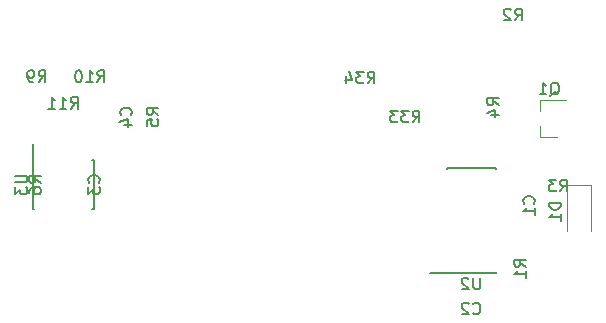
<source format=gbr>
G04 #@! TF.GenerationSoftware,KiCad,Pcbnew,(5.0.0-rc2-dev-586-g888c43477)*
G04 #@! TF.CreationDate,2018-06-03T15:17:15-03:00*
G04 #@! TF.ProjectId,Signal,5369676E616C2E6B696361645F706362,rev?*
G04 #@! TF.SameCoordinates,Original*
G04 #@! TF.FileFunction,Legend,Bot*
G04 #@! TF.FilePolarity,Positive*
%FSLAX46Y46*%
G04 Gerber Fmt 4.6, Leading zero omitted, Abs format (unit mm)*
G04 Created by KiCad (PCBNEW (5.0.0-rc2-dev-586-g888c43477)) date 06/03/18 15:17:15*
%MOMM*%
%LPD*%
G01*
G04 APERTURE LIST*
%ADD10C,0.150000*%
%ADD11C,0.120000*%
G04 APERTURE END LIST*
D10*
X28413000Y-28405000D02*
X28463000Y-28405000D01*
X28413000Y-32555000D02*
X28558000Y-32555000D01*
X33563000Y-32555000D02*
X33418000Y-32555000D01*
X33563000Y-28405000D02*
X33418000Y-28405000D01*
X28413000Y-28405000D02*
X28413000Y-32555000D01*
X33563000Y-28405000D02*
X33563000Y-32555000D01*
X28463000Y-28405000D02*
X28463000Y-27005000D01*
D11*
X71376000Y-26472000D02*
X71376000Y-25542000D01*
X71376000Y-23312000D02*
X71376000Y-24242000D01*
X71376000Y-23312000D02*
X73536000Y-23312000D01*
X71376000Y-26472000D02*
X72836000Y-26472000D01*
X73676000Y-30516000D02*
X75676000Y-30516000D01*
X75676000Y-30516000D02*
X75676000Y-34416000D01*
X73676000Y-30516000D02*
X73676000Y-34416000D01*
D10*
X63457000Y-37978000D02*
X63457000Y-37953000D01*
X67607000Y-37978000D02*
X67607000Y-37863000D01*
X67607000Y-29078000D02*
X67607000Y-29193000D01*
X63457000Y-29078000D02*
X63457000Y-29193000D01*
X63457000Y-37978000D02*
X67607000Y-37978000D01*
X63457000Y-29078000D02*
X67607000Y-29078000D01*
X63457000Y-37953000D02*
X62082000Y-37953000D01*
X31642857Y-24052380D02*
X31976190Y-23576190D01*
X32214285Y-24052380D02*
X32214285Y-23052380D01*
X31833333Y-23052380D01*
X31738095Y-23100000D01*
X31690476Y-23147619D01*
X31642857Y-23242857D01*
X31642857Y-23385714D01*
X31690476Y-23480952D01*
X31738095Y-23528571D01*
X31833333Y-23576190D01*
X32214285Y-23576190D01*
X30690476Y-24052380D02*
X31261904Y-24052380D01*
X30976190Y-24052380D02*
X30976190Y-23052380D01*
X31071428Y-23195238D01*
X31166666Y-23290476D01*
X31261904Y-23338095D01*
X29738095Y-24052380D02*
X30309523Y-24052380D01*
X30023809Y-24052380D02*
X30023809Y-23052380D01*
X30119047Y-23195238D01*
X30214285Y-23290476D01*
X30309523Y-23338095D01*
X28916666Y-21802380D02*
X29250000Y-21326190D01*
X29488095Y-21802380D02*
X29488095Y-20802380D01*
X29107142Y-20802380D01*
X29011904Y-20850000D01*
X28964285Y-20897619D01*
X28916666Y-20992857D01*
X28916666Y-21135714D01*
X28964285Y-21230952D01*
X29011904Y-21278571D01*
X29107142Y-21326190D01*
X29488095Y-21326190D01*
X28440476Y-21802380D02*
X28250000Y-21802380D01*
X28154761Y-21754761D01*
X28107142Y-21707142D01*
X28011904Y-21564285D01*
X27964285Y-21373809D01*
X27964285Y-20992857D01*
X28011904Y-20897619D01*
X28059523Y-20850000D01*
X28154761Y-20802380D01*
X28345238Y-20802380D01*
X28440476Y-20850000D01*
X28488095Y-20897619D01*
X28535714Y-20992857D01*
X28535714Y-21230952D01*
X28488095Y-21326190D01*
X28440476Y-21373809D01*
X28345238Y-21421428D01*
X28154761Y-21421428D01*
X28059523Y-21373809D01*
X28011904Y-21326190D01*
X27964285Y-21230952D01*
X33892857Y-21802380D02*
X34226190Y-21326190D01*
X34464285Y-21802380D02*
X34464285Y-20802380D01*
X34083333Y-20802380D01*
X33988095Y-20850000D01*
X33940476Y-20897619D01*
X33892857Y-20992857D01*
X33892857Y-21135714D01*
X33940476Y-21230952D01*
X33988095Y-21278571D01*
X34083333Y-21326190D01*
X34464285Y-21326190D01*
X32940476Y-21802380D02*
X33511904Y-21802380D01*
X33226190Y-21802380D02*
X33226190Y-20802380D01*
X33321428Y-20945238D01*
X33416666Y-21040476D01*
X33511904Y-21088095D01*
X32321428Y-20802380D02*
X32226190Y-20802380D01*
X32130952Y-20850000D01*
X32083333Y-20897619D01*
X32035714Y-20992857D01*
X31988095Y-21183333D01*
X31988095Y-21421428D01*
X32035714Y-21611904D01*
X32083333Y-21707142D01*
X32130952Y-21754761D01*
X32226190Y-21802380D01*
X32321428Y-21802380D01*
X32416666Y-21754761D01*
X32464285Y-21707142D01*
X32511904Y-21611904D01*
X32559523Y-21421428D01*
X32559523Y-21183333D01*
X32511904Y-20992857D01*
X32464285Y-20897619D01*
X32416666Y-20850000D01*
X32321428Y-20802380D01*
X34013142Y-30313333D02*
X34060761Y-30265714D01*
X34108380Y-30122857D01*
X34108380Y-30027619D01*
X34060761Y-29884761D01*
X33965523Y-29789523D01*
X33870285Y-29741904D01*
X33679809Y-29694285D01*
X33536952Y-29694285D01*
X33346476Y-29741904D01*
X33251238Y-29789523D01*
X33156000Y-29884761D01*
X33108380Y-30027619D01*
X33108380Y-30122857D01*
X33156000Y-30265714D01*
X33203619Y-30313333D01*
X33108380Y-30646666D02*
X33108380Y-31265714D01*
X33489333Y-30932380D01*
X33489333Y-31075238D01*
X33536952Y-31170476D01*
X33584571Y-31218095D01*
X33679809Y-31265714D01*
X33917904Y-31265714D01*
X34013142Y-31218095D01*
X34060761Y-31170476D01*
X34108380Y-31075238D01*
X34108380Y-30789523D01*
X34060761Y-30694285D01*
X34013142Y-30646666D01*
X36707142Y-24583333D02*
X36754761Y-24535714D01*
X36802380Y-24392857D01*
X36802380Y-24297619D01*
X36754761Y-24154761D01*
X36659523Y-24059523D01*
X36564285Y-24011904D01*
X36373809Y-23964285D01*
X36230952Y-23964285D01*
X36040476Y-24011904D01*
X35945238Y-24059523D01*
X35850000Y-24154761D01*
X35802380Y-24297619D01*
X35802380Y-24392857D01*
X35850000Y-24535714D01*
X35897619Y-24583333D01*
X36135714Y-25440476D02*
X36802380Y-25440476D01*
X35754761Y-25202380D02*
X36469047Y-24964285D01*
X36469047Y-25583333D01*
X26940380Y-29718095D02*
X27749904Y-29718095D01*
X27845142Y-29765714D01*
X27892761Y-29813333D01*
X27940380Y-29908571D01*
X27940380Y-30099047D01*
X27892761Y-30194285D01*
X27845142Y-30241904D01*
X27749904Y-30289523D01*
X26940380Y-30289523D01*
X26940380Y-30670476D02*
X26940380Y-31289523D01*
X27321333Y-30956190D01*
X27321333Y-31099047D01*
X27368952Y-31194285D01*
X27416571Y-31241904D01*
X27511809Y-31289523D01*
X27749904Y-31289523D01*
X27845142Y-31241904D01*
X27892761Y-31194285D01*
X27940380Y-31099047D01*
X27940380Y-30813333D01*
X27892761Y-30718095D01*
X27845142Y-30670476D01*
X39052380Y-24583333D02*
X38576190Y-24250000D01*
X39052380Y-24011904D02*
X38052380Y-24011904D01*
X38052380Y-24392857D01*
X38100000Y-24488095D01*
X38147619Y-24535714D01*
X38242857Y-24583333D01*
X38385714Y-24583333D01*
X38480952Y-24535714D01*
X38528571Y-24488095D01*
X38576190Y-24392857D01*
X38576190Y-24011904D01*
X38052380Y-25488095D02*
X38052380Y-25011904D01*
X38528571Y-24964285D01*
X38480952Y-25011904D01*
X38433333Y-25107142D01*
X38433333Y-25345238D01*
X38480952Y-25440476D01*
X38528571Y-25488095D01*
X38623809Y-25535714D01*
X38861904Y-25535714D01*
X38957142Y-25488095D01*
X39004761Y-25440476D01*
X39052380Y-25345238D01*
X39052380Y-25107142D01*
X39004761Y-25011904D01*
X38957142Y-24964285D01*
X29102380Y-30333333D02*
X28626190Y-30000000D01*
X29102380Y-29761904D02*
X28102380Y-29761904D01*
X28102380Y-30142857D01*
X28150000Y-30238095D01*
X28197619Y-30285714D01*
X28292857Y-30333333D01*
X28435714Y-30333333D01*
X28530952Y-30285714D01*
X28578571Y-30238095D01*
X28626190Y-30142857D01*
X28626190Y-29761904D01*
X28102380Y-31190476D02*
X28102380Y-31000000D01*
X28150000Y-30904761D01*
X28197619Y-30857142D01*
X28340476Y-30761904D01*
X28530952Y-30714285D01*
X28911904Y-30714285D01*
X29007142Y-30761904D01*
X29054761Y-30809523D01*
X29102380Y-30904761D01*
X29102380Y-31095238D01*
X29054761Y-31190476D01*
X29007142Y-31238095D01*
X28911904Y-31285714D01*
X28673809Y-31285714D01*
X28578571Y-31238095D01*
X28530952Y-31190476D01*
X28483333Y-31095238D01*
X28483333Y-30904761D01*
X28530952Y-30809523D01*
X28578571Y-30761904D01*
X28673809Y-30714285D01*
X72231238Y-22939619D02*
X72326476Y-22892000D01*
X72421714Y-22796761D01*
X72564571Y-22653904D01*
X72659809Y-22606285D01*
X72755047Y-22606285D01*
X72707428Y-22844380D02*
X72802666Y-22796761D01*
X72897904Y-22701523D01*
X72945523Y-22511047D01*
X72945523Y-22177714D01*
X72897904Y-21987238D01*
X72802666Y-21892000D01*
X72707428Y-21844380D01*
X72516952Y-21844380D01*
X72421714Y-21892000D01*
X72326476Y-21987238D01*
X72278857Y-22177714D01*
X72278857Y-22511047D01*
X72326476Y-22701523D01*
X72421714Y-22796761D01*
X72516952Y-22844380D01*
X72707428Y-22844380D01*
X71326476Y-22844380D02*
X71897904Y-22844380D01*
X71612190Y-22844380D02*
X71612190Y-21844380D01*
X71707428Y-21987238D01*
X71802666Y-22082476D01*
X71897904Y-22130095D01*
X70843142Y-32091333D02*
X70890761Y-32043714D01*
X70938380Y-31900857D01*
X70938380Y-31805619D01*
X70890761Y-31662761D01*
X70795523Y-31567523D01*
X70700285Y-31519904D01*
X70509809Y-31472285D01*
X70366952Y-31472285D01*
X70176476Y-31519904D01*
X70081238Y-31567523D01*
X69986000Y-31662761D01*
X69938380Y-31805619D01*
X69938380Y-31900857D01*
X69986000Y-32043714D01*
X70033619Y-32091333D01*
X70938380Y-33043714D02*
X70938380Y-32472285D01*
X70938380Y-32758000D02*
X69938380Y-32758000D01*
X70081238Y-32662761D01*
X70176476Y-32567523D01*
X70224095Y-32472285D01*
X65698666Y-41377142D02*
X65746285Y-41424761D01*
X65889142Y-41472380D01*
X65984380Y-41472380D01*
X66127238Y-41424761D01*
X66222476Y-41329523D01*
X66270095Y-41234285D01*
X66317714Y-41043809D01*
X66317714Y-40900952D01*
X66270095Y-40710476D01*
X66222476Y-40615238D01*
X66127238Y-40520000D01*
X65984380Y-40472380D01*
X65889142Y-40472380D01*
X65746285Y-40520000D01*
X65698666Y-40567619D01*
X65317714Y-40567619D02*
X65270095Y-40520000D01*
X65174857Y-40472380D01*
X64936761Y-40472380D01*
X64841523Y-40520000D01*
X64793904Y-40567619D01*
X64746285Y-40662857D01*
X64746285Y-40758095D01*
X64793904Y-40900952D01*
X65365333Y-41472380D01*
X64746285Y-41472380D01*
X73128380Y-32027904D02*
X72128380Y-32027904D01*
X72128380Y-32266000D01*
X72176000Y-32408857D01*
X72271238Y-32504095D01*
X72366476Y-32551714D01*
X72556952Y-32599333D01*
X72699809Y-32599333D01*
X72890285Y-32551714D01*
X72985523Y-32504095D01*
X73080761Y-32408857D01*
X73128380Y-32266000D01*
X73128380Y-32027904D01*
X73128380Y-33551714D02*
X73128380Y-32980285D01*
X73128380Y-33266000D02*
X72128380Y-33266000D01*
X72271238Y-33170761D01*
X72366476Y-33075523D01*
X72414095Y-32980285D01*
X70176380Y-37425333D02*
X69700190Y-37092000D01*
X70176380Y-36853904D02*
X69176380Y-36853904D01*
X69176380Y-37234857D01*
X69224000Y-37330095D01*
X69271619Y-37377714D01*
X69366857Y-37425333D01*
X69509714Y-37425333D01*
X69604952Y-37377714D01*
X69652571Y-37330095D01*
X69700190Y-37234857D01*
X69700190Y-36853904D01*
X70176380Y-38377714D02*
X70176380Y-37806285D01*
X70176380Y-38092000D02*
X69176380Y-38092000D01*
X69319238Y-37996761D01*
X69414476Y-37901523D01*
X69462095Y-37806285D01*
X69254666Y-16582380D02*
X69588000Y-16106190D01*
X69826095Y-16582380D02*
X69826095Y-15582380D01*
X69445142Y-15582380D01*
X69349904Y-15630000D01*
X69302285Y-15677619D01*
X69254666Y-15772857D01*
X69254666Y-15915714D01*
X69302285Y-16010952D01*
X69349904Y-16058571D01*
X69445142Y-16106190D01*
X69826095Y-16106190D01*
X68873714Y-15677619D02*
X68826095Y-15630000D01*
X68730857Y-15582380D01*
X68492761Y-15582380D01*
X68397523Y-15630000D01*
X68349904Y-15677619D01*
X68302285Y-15772857D01*
X68302285Y-15868095D01*
X68349904Y-16010952D01*
X68921333Y-16582380D01*
X68302285Y-16582380D01*
X73064666Y-31058380D02*
X73398000Y-30582190D01*
X73636095Y-31058380D02*
X73636095Y-30058380D01*
X73255142Y-30058380D01*
X73159904Y-30106000D01*
X73112285Y-30153619D01*
X73064666Y-30248857D01*
X73064666Y-30391714D01*
X73112285Y-30486952D01*
X73159904Y-30534571D01*
X73255142Y-30582190D01*
X73636095Y-30582190D01*
X72731333Y-30058380D02*
X72112285Y-30058380D01*
X72445619Y-30439333D01*
X72302761Y-30439333D01*
X72207523Y-30486952D01*
X72159904Y-30534571D01*
X72112285Y-30629809D01*
X72112285Y-30867904D01*
X72159904Y-30963142D01*
X72207523Y-31010761D01*
X72302761Y-31058380D01*
X72588476Y-31058380D01*
X72683714Y-31010761D01*
X72731333Y-30963142D01*
X67890380Y-23757833D02*
X67414190Y-23424500D01*
X67890380Y-23186404D02*
X66890380Y-23186404D01*
X66890380Y-23567357D01*
X66938000Y-23662595D01*
X66985619Y-23710214D01*
X67080857Y-23757833D01*
X67223714Y-23757833D01*
X67318952Y-23710214D01*
X67366571Y-23662595D01*
X67414190Y-23567357D01*
X67414190Y-23186404D01*
X67223714Y-24614976D02*
X67890380Y-24614976D01*
X66842761Y-24376880D02*
X67557047Y-24138785D01*
X67557047Y-24757833D01*
X60586857Y-25216380D02*
X60920190Y-24740190D01*
X61158285Y-25216380D02*
X61158285Y-24216380D01*
X60777333Y-24216380D01*
X60682095Y-24264000D01*
X60634476Y-24311619D01*
X60586857Y-24406857D01*
X60586857Y-24549714D01*
X60634476Y-24644952D01*
X60682095Y-24692571D01*
X60777333Y-24740190D01*
X61158285Y-24740190D01*
X60253523Y-24216380D02*
X59634476Y-24216380D01*
X59967809Y-24597333D01*
X59824952Y-24597333D01*
X59729714Y-24644952D01*
X59682095Y-24692571D01*
X59634476Y-24787809D01*
X59634476Y-25025904D01*
X59682095Y-25121142D01*
X59729714Y-25168761D01*
X59824952Y-25216380D01*
X60110666Y-25216380D01*
X60205904Y-25168761D01*
X60253523Y-25121142D01*
X59301142Y-24216380D02*
X58682095Y-24216380D01*
X59015428Y-24597333D01*
X58872571Y-24597333D01*
X58777333Y-24644952D01*
X58729714Y-24692571D01*
X58682095Y-24787809D01*
X58682095Y-25025904D01*
X58729714Y-25121142D01*
X58777333Y-25168761D01*
X58872571Y-25216380D01*
X59158285Y-25216380D01*
X59253523Y-25168761D01*
X59301142Y-25121142D01*
X56776857Y-21916380D02*
X57110190Y-21440190D01*
X57348285Y-21916380D02*
X57348285Y-20916380D01*
X56967333Y-20916380D01*
X56872095Y-20964000D01*
X56824476Y-21011619D01*
X56776857Y-21106857D01*
X56776857Y-21249714D01*
X56824476Y-21344952D01*
X56872095Y-21392571D01*
X56967333Y-21440190D01*
X57348285Y-21440190D01*
X56443523Y-20916380D02*
X55824476Y-20916380D01*
X56157809Y-21297333D01*
X56014952Y-21297333D01*
X55919714Y-21344952D01*
X55872095Y-21392571D01*
X55824476Y-21487809D01*
X55824476Y-21725904D01*
X55872095Y-21821142D01*
X55919714Y-21868761D01*
X56014952Y-21916380D01*
X56300666Y-21916380D01*
X56395904Y-21868761D01*
X56443523Y-21821142D01*
X54967333Y-21249714D02*
X54967333Y-21916380D01*
X55205428Y-20868761D02*
X55443523Y-21583047D01*
X54824476Y-21583047D01*
X66293904Y-38355380D02*
X66293904Y-39164904D01*
X66246285Y-39260142D01*
X66198666Y-39307761D01*
X66103428Y-39355380D01*
X65912952Y-39355380D01*
X65817714Y-39307761D01*
X65770095Y-39260142D01*
X65722476Y-39164904D01*
X65722476Y-38355380D01*
X65293904Y-38450619D02*
X65246285Y-38403000D01*
X65151047Y-38355380D01*
X64912952Y-38355380D01*
X64817714Y-38403000D01*
X64770095Y-38450619D01*
X64722476Y-38545857D01*
X64722476Y-38641095D01*
X64770095Y-38783952D01*
X65341523Y-39355380D01*
X64722476Y-39355380D01*
M02*

</source>
